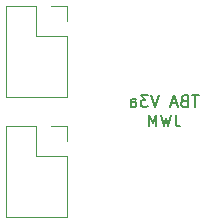
<source format=gbo>
G04 #@! TF.GenerationSoftware,KiCad,Pcbnew,(5.1.2-1)-1*
G04 #@! TF.CreationDate,2020-04-09T00:53:56-04:00*
G04 #@! TF.ProjectId,thonkiconn_breadboard_adapter_v3,74686f6e-6b69-4636-9f6e-6e5f62726561,rev?*
G04 #@! TF.SameCoordinates,Original*
G04 #@! TF.FileFunction,Legend,Bot*
G04 #@! TF.FilePolarity,Positive*
%FSLAX46Y46*%
G04 Gerber Fmt 4.6, Leading zero omitted, Abs format (unit mm)*
G04 Created by KiCad (PCBNEW (5.1.2-1)-1) date 2020-04-09 00:53:56*
%MOMM*%
%LPD*%
G04 APERTURE LIST*
%ADD10C,0.150000*%
%ADD11C,0.120000*%
G04 APERTURE END LIST*
D10*
X154082380Y-74827380D02*
X153510952Y-74827380D01*
X153796666Y-75827380D02*
X153796666Y-74827380D01*
X152844285Y-75303571D02*
X152701428Y-75351190D01*
X152653809Y-75398809D01*
X152606190Y-75494047D01*
X152606190Y-75636904D01*
X152653809Y-75732142D01*
X152701428Y-75779761D01*
X152796666Y-75827380D01*
X153177619Y-75827380D01*
X153177619Y-74827380D01*
X152844285Y-74827380D01*
X152749047Y-74875000D01*
X152701428Y-74922619D01*
X152653809Y-75017857D01*
X152653809Y-75113095D01*
X152701428Y-75208333D01*
X152749047Y-75255952D01*
X152844285Y-75303571D01*
X153177619Y-75303571D01*
X152225238Y-75541666D02*
X151749047Y-75541666D01*
X152320476Y-75827380D02*
X151987142Y-74827380D01*
X151653809Y-75827380D01*
X150701428Y-74827380D02*
X150368095Y-75827380D01*
X150034761Y-74827380D01*
X149796666Y-74827380D02*
X149177619Y-74827380D01*
X149510952Y-75208333D01*
X149368095Y-75208333D01*
X149272857Y-75255952D01*
X149225238Y-75303571D01*
X149177619Y-75398809D01*
X149177619Y-75636904D01*
X149225238Y-75732142D01*
X149272857Y-75779761D01*
X149368095Y-75827380D01*
X149653809Y-75827380D01*
X149749047Y-75779761D01*
X149796666Y-75732142D01*
X148320476Y-75827380D02*
X148320476Y-75303571D01*
X148368095Y-75208333D01*
X148463333Y-75160714D01*
X148653809Y-75160714D01*
X148749047Y-75208333D01*
X148320476Y-75779761D02*
X148415714Y-75827380D01*
X148653809Y-75827380D01*
X148749047Y-75779761D01*
X148796666Y-75684523D01*
X148796666Y-75589285D01*
X148749047Y-75494047D01*
X148653809Y-75446428D01*
X148415714Y-75446428D01*
X148320476Y-75398809D01*
X152130000Y-76477380D02*
X152130000Y-77191666D01*
X152177619Y-77334523D01*
X152272857Y-77429761D01*
X152415714Y-77477380D01*
X152510952Y-77477380D01*
X151749047Y-76477380D02*
X151510952Y-77477380D01*
X151320476Y-76763095D01*
X151130000Y-77477380D01*
X150891904Y-76477380D01*
X150510952Y-77477380D02*
X150510952Y-76477380D01*
X150177619Y-77191666D01*
X149844285Y-76477380D01*
X149844285Y-77477380D01*
D11*
X142935000Y-77410000D02*
X141605000Y-77410000D01*
X142935000Y-78740000D02*
X142935000Y-77410000D01*
X140335000Y-77410000D02*
X137735000Y-77410000D01*
X140335000Y-80010000D02*
X140335000Y-77410000D01*
X142935000Y-80010000D02*
X140335000Y-80010000D01*
X137735000Y-77410000D02*
X137735000Y-85150000D01*
X142935000Y-80010000D02*
X142935000Y-85150000D01*
X142935000Y-85150000D02*
X137735000Y-85150000D01*
X142935000Y-67250000D02*
X141605000Y-67250000D01*
X142935000Y-68580000D02*
X142935000Y-67250000D01*
X140335000Y-67250000D02*
X137735000Y-67250000D01*
X140335000Y-69850000D02*
X140335000Y-67250000D01*
X142935000Y-69850000D02*
X140335000Y-69850000D01*
X137735000Y-67250000D02*
X137735000Y-74990000D01*
X142935000Y-69850000D02*
X142935000Y-74990000D01*
X142935000Y-74990000D02*
X137735000Y-74990000D01*
M02*

</source>
